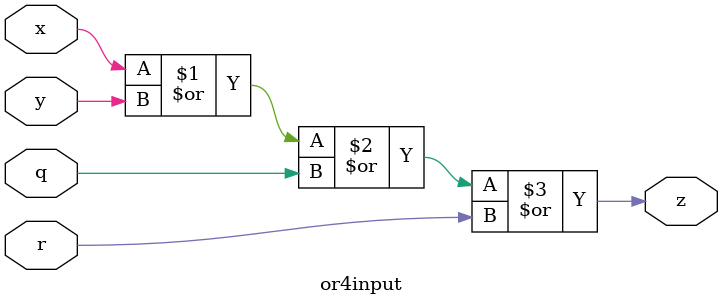
<source format=sv>
/*calculates and*/

module or4input(
		input wire x, y, q, r,
		output wire z
		
);

assign z = x | y | q | r;

endmodule : or4input

</source>
